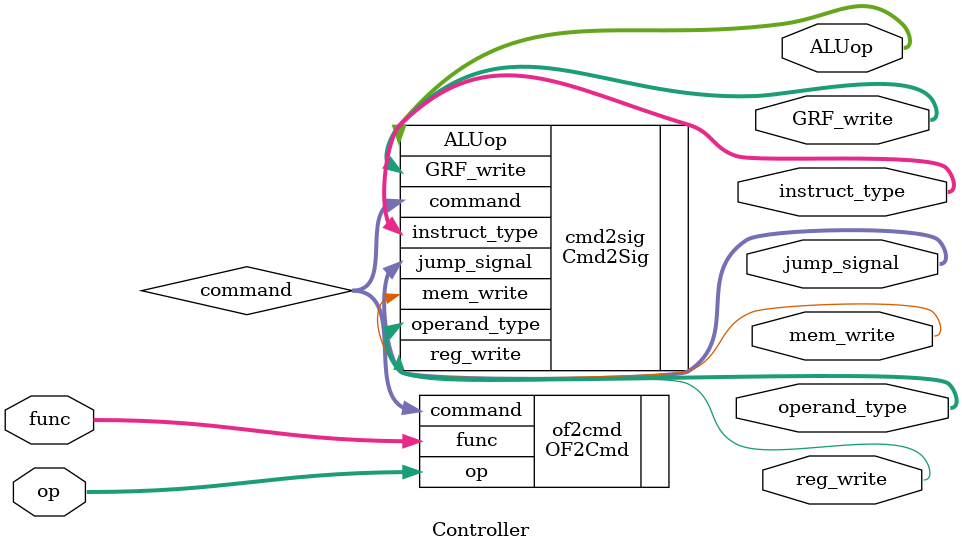
<source format=v>
module Controller(
    input [5:0] op,
    input [5:0] func,
    output [3:0] ALUop,
    output [1:0] instruct_type,
    output [3:0] operand_type,
    output [3:0] GRF_write,
    output mem_write,   // important
    output reg_write,   // important
    output [2:0] jump_signal    // important
);
    wire [4:0] command;

    OF2Cmd of2cmd(
        .op(op),
        .func(func),
        .command(command)
    );

    Cmd2Sig cmd2sig(
        .command(command),
        .ALUop(ALUop),
        .instruct_type(instruct_type),
        .operand_type(operand_type),
        .GRF_write(GRF_write),
        .mem_write(mem_write),
        .reg_write(reg_write),
        .jump_signal(jump_signal)
    );

endmodule
</source>
